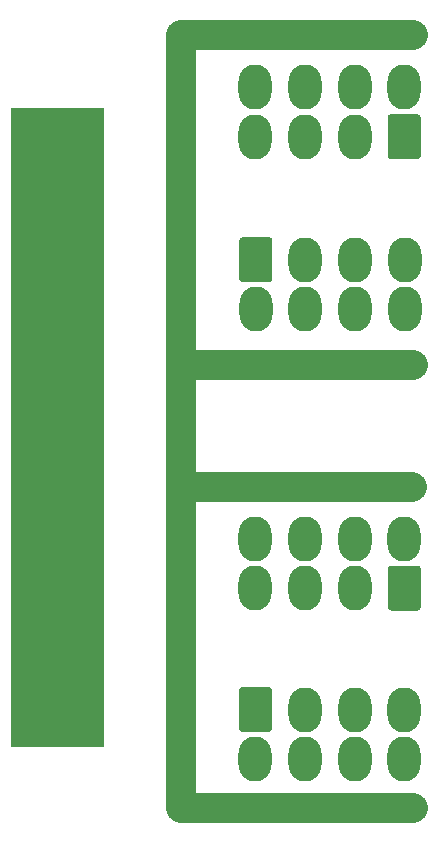
<source format=gbs>
%TF.GenerationSoftware,KiCad,Pcbnew,(5.1.10)-1*%
%TF.CreationDate,2021-09-30T13:01:54+08:00*%
%TF.ProjectId,KCORES CSPS to ATX Converter,4b434f52-4553-4204-9353-505320746f20,1.0*%
%TF.SameCoordinates,Original*%
%TF.FileFunction,Soldermask,Bot*%
%TF.FilePolarity,Negative*%
%FSLAX46Y46*%
G04 Gerber Fmt 4.6, Leading zero omitted, Abs format (unit mm)*
G04 Created by KiCad (PCBNEW (5.1.10)-1) date 2021-09-30 13:01:54*
%MOMM*%
%LPD*%
G01*
G04 APERTURE LIST*
%ADD10C,0.100000*%
%ADD11C,2.540000*%
%ADD12O,2.800000X3.800000*%
G04 APERTURE END LIST*
D10*
G36*
X98667000Y-138728000D02*
G01*
X90920000Y-138728000D01*
X90920000Y-84753000D01*
X98667000Y-84753000D01*
X98667000Y-138728000D01*
G37*
X98667000Y-138728000D02*
X90920000Y-138728000D01*
X90920000Y-84753000D01*
X98667000Y-84753000D01*
X98667000Y-138728000D01*
D11*
X124956000Y-143998500D02*
X105271000Y-143998500D01*
X124956000Y-78530000D02*
X105271000Y-78530000D01*
X124892500Y-106533500D02*
X105588500Y-106533500D01*
X105271000Y-143998500D02*
X105271000Y-78530000D01*
X124829000Y-116820500D02*
X105398000Y-116820500D01*
%TO.C,J1*%
G36*
G01*
X94231000Y-136258000D02*
X98531000Y-136258000D01*
G75*
G02*
X98581000Y-136308000I0J-50000D01*
G01*
X98581000Y-137008000D01*
G75*
G02*
X98531000Y-137058000I-50000J0D01*
G01*
X94231000Y-137058000D01*
G75*
G02*
X94181000Y-137008000I0J50000D01*
G01*
X94181000Y-136308000D01*
G75*
G02*
X94231000Y-136258000I50000J0D01*
G01*
G37*
G36*
G01*
X94231000Y-135258000D02*
X98531000Y-135258000D01*
G75*
G02*
X98581000Y-135308000I0J-50000D01*
G01*
X98581000Y-136008000D01*
G75*
G02*
X98531000Y-136058000I-50000J0D01*
G01*
X94231000Y-136058000D01*
G75*
G02*
X94181000Y-136008000I0J50000D01*
G01*
X94181000Y-135308000D01*
G75*
G02*
X94231000Y-135258000I50000J0D01*
G01*
G37*
G36*
G01*
X94231000Y-134258000D02*
X98531000Y-134258000D01*
G75*
G02*
X98581000Y-134308000I0J-50000D01*
G01*
X98581000Y-135008000D01*
G75*
G02*
X98531000Y-135058000I-50000J0D01*
G01*
X94231000Y-135058000D01*
G75*
G02*
X94181000Y-135008000I0J50000D01*
G01*
X94181000Y-134308000D01*
G75*
G02*
X94231000Y-134258000I50000J0D01*
G01*
G37*
G36*
G01*
X94231000Y-133258000D02*
X98531000Y-133258000D01*
G75*
G02*
X98581000Y-133308000I0J-50000D01*
G01*
X98581000Y-134008000D01*
G75*
G02*
X98531000Y-134058000I-50000J0D01*
G01*
X94231000Y-134058000D01*
G75*
G02*
X94181000Y-134008000I0J50000D01*
G01*
X94181000Y-133308000D01*
G75*
G02*
X94231000Y-133258000I50000J0D01*
G01*
G37*
G36*
G01*
X94231000Y-132258000D02*
X98531000Y-132258000D01*
G75*
G02*
X98581000Y-132308000I0J-50000D01*
G01*
X98581000Y-133008000D01*
G75*
G02*
X98531000Y-133058000I-50000J0D01*
G01*
X94231000Y-133058000D01*
G75*
G02*
X94181000Y-133008000I0J50000D01*
G01*
X94181000Y-132308000D01*
G75*
G02*
X94231000Y-132258000I50000J0D01*
G01*
G37*
G36*
G01*
X94231000Y-131258000D02*
X98531000Y-131258000D01*
G75*
G02*
X98581000Y-131308000I0J-50000D01*
G01*
X98581000Y-132008000D01*
G75*
G02*
X98531000Y-132058000I-50000J0D01*
G01*
X94231000Y-132058000D01*
G75*
G02*
X94181000Y-132008000I0J50000D01*
G01*
X94181000Y-131308000D01*
G75*
G02*
X94231000Y-131258000I50000J0D01*
G01*
G37*
G36*
G01*
X94231000Y-130258000D02*
X98531000Y-130258000D01*
G75*
G02*
X98581000Y-130308000I0J-50000D01*
G01*
X98581000Y-131008000D01*
G75*
G02*
X98531000Y-131058000I-50000J0D01*
G01*
X94231000Y-131058000D01*
G75*
G02*
X94181000Y-131008000I0J50000D01*
G01*
X94181000Y-130308000D01*
G75*
G02*
X94231000Y-130258000I50000J0D01*
G01*
G37*
G36*
G01*
X94231000Y-129258000D02*
X98531000Y-129258000D01*
G75*
G02*
X98581000Y-129308000I0J-50000D01*
G01*
X98581000Y-130008000D01*
G75*
G02*
X98531000Y-130058000I-50000J0D01*
G01*
X94231000Y-130058000D01*
G75*
G02*
X94181000Y-130008000I0J50000D01*
G01*
X94181000Y-129308000D01*
G75*
G02*
X94231000Y-129258000I50000J0D01*
G01*
G37*
G36*
G01*
X94231000Y-100258000D02*
X98531000Y-100258000D01*
G75*
G02*
X98581000Y-100308000I0J-50000D01*
G01*
X98581000Y-101008000D01*
G75*
G02*
X98531000Y-101058000I-50000J0D01*
G01*
X94231000Y-101058000D01*
G75*
G02*
X94181000Y-101008000I0J50000D01*
G01*
X94181000Y-100308000D01*
G75*
G02*
X94231000Y-100258000I50000J0D01*
G01*
G37*
G36*
G01*
X94231000Y-99258000D02*
X98531000Y-99258000D01*
G75*
G02*
X98581000Y-99308000I0J-50000D01*
G01*
X98581000Y-100008000D01*
G75*
G02*
X98531000Y-100058000I-50000J0D01*
G01*
X94231000Y-100058000D01*
G75*
G02*
X94181000Y-100008000I0J50000D01*
G01*
X94181000Y-99308000D01*
G75*
G02*
X94231000Y-99258000I50000J0D01*
G01*
G37*
G36*
G01*
X94231000Y-105258000D02*
X98531000Y-105258000D01*
G75*
G02*
X98581000Y-105308000I0J-50000D01*
G01*
X98581000Y-106008000D01*
G75*
G02*
X98531000Y-106058000I-50000J0D01*
G01*
X94231000Y-106058000D01*
G75*
G02*
X94181000Y-106008000I0J50000D01*
G01*
X94181000Y-105308000D01*
G75*
G02*
X94231000Y-105258000I50000J0D01*
G01*
G37*
G36*
G01*
X94231000Y-104258000D02*
X98531000Y-104258000D01*
G75*
G02*
X98581000Y-104308000I0J-50000D01*
G01*
X98581000Y-105008000D01*
G75*
G02*
X98531000Y-105058000I-50000J0D01*
G01*
X94231000Y-105058000D01*
G75*
G02*
X94181000Y-105008000I0J50000D01*
G01*
X94181000Y-104308000D01*
G75*
G02*
X94231000Y-104258000I50000J0D01*
G01*
G37*
G36*
G01*
X94231000Y-103258000D02*
X98531000Y-103258000D01*
G75*
G02*
X98581000Y-103308000I0J-50000D01*
G01*
X98581000Y-104008000D01*
G75*
G02*
X98531000Y-104058000I-50000J0D01*
G01*
X94231000Y-104058000D01*
G75*
G02*
X94181000Y-104008000I0J50000D01*
G01*
X94181000Y-103308000D01*
G75*
G02*
X94231000Y-103258000I50000J0D01*
G01*
G37*
G36*
G01*
X94231000Y-102258000D02*
X98531000Y-102258000D01*
G75*
G02*
X98581000Y-102308000I0J-50000D01*
G01*
X98581000Y-103008000D01*
G75*
G02*
X98531000Y-103058000I-50000J0D01*
G01*
X94231000Y-103058000D01*
G75*
G02*
X94181000Y-103008000I0J50000D01*
G01*
X94181000Y-102308000D01*
G75*
G02*
X94231000Y-102258000I50000J0D01*
G01*
G37*
G36*
G01*
X94231000Y-101258000D02*
X98531000Y-101258000D01*
G75*
G02*
X98581000Y-101308000I0J-50000D01*
G01*
X98581000Y-102008000D01*
G75*
G02*
X98531000Y-102058000I-50000J0D01*
G01*
X94231000Y-102058000D01*
G75*
G02*
X94181000Y-102008000I0J50000D01*
G01*
X94181000Y-101308000D01*
G75*
G02*
X94231000Y-101258000I50000J0D01*
G01*
G37*
G36*
G01*
X94231000Y-96258000D02*
X98531000Y-96258000D01*
G75*
G02*
X98581000Y-96308000I0J-50000D01*
G01*
X98581000Y-97008000D01*
G75*
G02*
X98531000Y-97058000I-50000J0D01*
G01*
X94231000Y-97058000D01*
G75*
G02*
X94181000Y-97008000I0J50000D01*
G01*
X94181000Y-96308000D01*
G75*
G02*
X94231000Y-96258000I50000J0D01*
G01*
G37*
G36*
G01*
X94231000Y-95258000D02*
X98531000Y-95258000D01*
G75*
G02*
X98581000Y-95308000I0J-50000D01*
G01*
X98581000Y-96008000D01*
G75*
G02*
X98531000Y-96058000I-50000J0D01*
G01*
X94231000Y-96058000D01*
G75*
G02*
X94181000Y-96008000I0J50000D01*
G01*
X94181000Y-95308000D01*
G75*
G02*
X94231000Y-95258000I50000J0D01*
G01*
G37*
G36*
G01*
X94231000Y-94258000D02*
X98531000Y-94258000D01*
G75*
G02*
X98581000Y-94308000I0J-50000D01*
G01*
X98581000Y-95008000D01*
G75*
G02*
X98531000Y-95058000I-50000J0D01*
G01*
X94231000Y-95058000D01*
G75*
G02*
X94181000Y-95008000I0J50000D01*
G01*
X94181000Y-94308000D01*
G75*
G02*
X94231000Y-94258000I50000J0D01*
G01*
G37*
G36*
G01*
X94231000Y-93258000D02*
X98531000Y-93258000D01*
G75*
G02*
X98581000Y-93308000I0J-50000D01*
G01*
X98581000Y-94008000D01*
G75*
G02*
X98531000Y-94058000I-50000J0D01*
G01*
X94231000Y-94058000D01*
G75*
G02*
X94181000Y-94008000I0J50000D01*
G01*
X94181000Y-93308000D01*
G75*
G02*
X94231000Y-93258000I50000J0D01*
G01*
G37*
G36*
G01*
X94231000Y-92258000D02*
X98531000Y-92258000D01*
G75*
G02*
X98581000Y-92308000I0J-50000D01*
G01*
X98581000Y-93008000D01*
G75*
G02*
X98531000Y-93058000I-50000J0D01*
G01*
X94231000Y-93058000D01*
G75*
G02*
X94181000Y-93008000I0J50000D01*
G01*
X94181000Y-92308000D01*
G75*
G02*
X94231000Y-92258000I50000J0D01*
G01*
G37*
G36*
G01*
X94231000Y-91258000D02*
X98531000Y-91258000D01*
G75*
G02*
X98581000Y-91308000I0J-50000D01*
G01*
X98581000Y-92008000D01*
G75*
G02*
X98531000Y-92058000I-50000J0D01*
G01*
X94231000Y-92058000D01*
G75*
G02*
X94181000Y-92008000I0J50000D01*
G01*
X94181000Y-91308000D01*
G75*
G02*
X94231000Y-91258000I50000J0D01*
G01*
G37*
G36*
G01*
X94231000Y-90258000D02*
X98531000Y-90258000D01*
G75*
G02*
X98581000Y-90308000I0J-50000D01*
G01*
X98581000Y-91008000D01*
G75*
G02*
X98531000Y-91058000I-50000J0D01*
G01*
X94231000Y-91058000D01*
G75*
G02*
X94181000Y-91008000I0J50000D01*
G01*
X94181000Y-90308000D01*
G75*
G02*
X94231000Y-90258000I50000J0D01*
G01*
G37*
G36*
G01*
X94231000Y-89258000D02*
X98531000Y-89258000D01*
G75*
G02*
X98581000Y-89308000I0J-50000D01*
G01*
X98581000Y-90008000D01*
G75*
G02*
X98531000Y-90058000I-50000J0D01*
G01*
X94231000Y-90058000D01*
G75*
G02*
X94181000Y-90008000I0J50000D01*
G01*
X94181000Y-89308000D01*
G75*
G02*
X94231000Y-89258000I50000J0D01*
G01*
G37*
G36*
G01*
X94231000Y-88258000D02*
X98531000Y-88258000D01*
G75*
G02*
X98581000Y-88308000I0J-50000D01*
G01*
X98581000Y-89008000D01*
G75*
G02*
X98531000Y-89058000I-50000J0D01*
G01*
X94231000Y-89058000D01*
G75*
G02*
X94181000Y-89008000I0J50000D01*
G01*
X94181000Y-88308000D01*
G75*
G02*
X94231000Y-88258000I50000J0D01*
G01*
G37*
G36*
G01*
X94231000Y-87258000D02*
X98531000Y-87258000D01*
G75*
G02*
X98581000Y-87308000I0J-50000D01*
G01*
X98581000Y-88008000D01*
G75*
G02*
X98531000Y-88058000I-50000J0D01*
G01*
X94231000Y-88058000D01*
G75*
G02*
X94181000Y-88008000I0J50000D01*
G01*
X94181000Y-87308000D01*
G75*
G02*
X94231000Y-87258000I50000J0D01*
G01*
G37*
G36*
G01*
X95331000Y-86258000D02*
X98531000Y-86258000D01*
G75*
G02*
X98581000Y-86308000I0J-50000D01*
G01*
X98581000Y-87008000D01*
G75*
G02*
X98531000Y-87058000I-50000J0D01*
G01*
X95331000Y-87058000D01*
G75*
G02*
X95281000Y-87008000I0J50000D01*
G01*
X95281000Y-86308000D01*
G75*
G02*
X95331000Y-86258000I50000J0D01*
G01*
G37*
G36*
G01*
X94231000Y-106258000D02*
X98531000Y-106258000D01*
G75*
G02*
X98581000Y-106308000I0J-50000D01*
G01*
X98581000Y-107008000D01*
G75*
G02*
X98531000Y-107058000I-50000J0D01*
G01*
X94231000Y-107058000D01*
G75*
G02*
X94181000Y-107008000I0J50000D01*
G01*
X94181000Y-106308000D01*
G75*
G02*
X94231000Y-106258000I50000J0D01*
G01*
G37*
G36*
G01*
X94231000Y-107258000D02*
X98531000Y-107258000D01*
G75*
G02*
X98581000Y-107308000I0J-50000D01*
G01*
X98581000Y-108008000D01*
G75*
G02*
X98531000Y-108058000I-50000J0D01*
G01*
X94231000Y-108058000D01*
G75*
G02*
X94181000Y-108008000I0J50000D01*
G01*
X94181000Y-107308000D01*
G75*
G02*
X94231000Y-107258000I50000J0D01*
G01*
G37*
G36*
G01*
X94231000Y-108258000D02*
X98531000Y-108258000D01*
G75*
G02*
X98581000Y-108308000I0J-50000D01*
G01*
X98581000Y-109008000D01*
G75*
G02*
X98531000Y-109058000I-50000J0D01*
G01*
X94231000Y-109058000D01*
G75*
G02*
X94181000Y-109008000I0J50000D01*
G01*
X94181000Y-108308000D01*
G75*
G02*
X94231000Y-108258000I50000J0D01*
G01*
G37*
G36*
G01*
X94231000Y-109258000D02*
X98531000Y-109258000D01*
G75*
G02*
X98581000Y-109308000I0J-50000D01*
G01*
X98581000Y-110008000D01*
G75*
G02*
X98531000Y-110058000I-50000J0D01*
G01*
X94231000Y-110058000D01*
G75*
G02*
X94181000Y-110008000I0J50000D01*
G01*
X94181000Y-109308000D01*
G75*
G02*
X94231000Y-109258000I50000J0D01*
G01*
G37*
G36*
G01*
X94231000Y-110258000D02*
X98531000Y-110258000D01*
G75*
G02*
X98581000Y-110308000I0J-50000D01*
G01*
X98581000Y-111008000D01*
G75*
G02*
X98531000Y-111058000I-50000J0D01*
G01*
X94231000Y-111058000D01*
G75*
G02*
X94181000Y-111008000I0J50000D01*
G01*
X94181000Y-110308000D01*
G75*
G02*
X94231000Y-110258000I50000J0D01*
G01*
G37*
G36*
G01*
X94231000Y-111258000D02*
X98531000Y-111258000D01*
G75*
G02*
X98581000Y-111308000I0J-50000D01*
G01*
X98581000Y-112008000D01*
G75*
G02*
X98531000Y-112058000I-50000J0D01*
G01*
X94231000Y-112058000D01*
G75*
G02*
X94181000Y-112008000I0J50000D01*
G01*
X94181000Y-111308000D01*
G75*
G02*
X94231000Y-111258000I50000J0D01*
G01*
G37*
G36*
G01*
X94231000Y-112258000D02*
X98531000Y-112258000D01*
G75*
G02*
X98581000Y-112308000I0J-50000D01*
G01*
X98581000Y-113008000D01*
G75*
G02*
X98531000Y-113058000I-50000J0D01*
G01*
X94231000Y-113058000D01*
G75*
G02*
X94181000Y-113008000I0J50000D01*
G01*
X94181000Y-112308000D01*
G75*
G02*
X94231000Y-112258000I50000J0D01*
G01*
G37*
G36*
G01*
X94231000Y-113258000D02*
X98531000Y-113258000D01*
G75*
G02*
X98581000Y-113308000I0J-50000D01*
G01*
X98581000Y-114008000D01*
G75*
G02*
X98531000Y-114058000I-50000J0D01*
G01*
X94231000Y-114058000D01*
G75*
G02*
X94181000Y-114008000I0J50000D01*
G01*
X94181000Y-113308000D01*
G75*
G02*
X94231000Y-113258000I50000J0D01*
G01*
G37*
G36*
G01*
X94231000Y-114258000D02*
X98531000Y-114258000D01*
G75*
G02*
X98581000Y-114308000I0J-50000D01*
G01*
X98581000Y-115008000D01*
G75*
G02*
X98531000Y-115058000I-50000J0D01*
G01*
X94231000Y-115058000D01*
G75*
G02*
X94181000Y-115008000I0J50000D01*
G01*
X94181000Y-114308000D01*
G75*
G02*
X94231000Y-114258000I50000J0D01*
G01*
G37*
G36*
G01*
X94231000Y-115258000D02*
X98531000Y-115258000D01*
G75*
G02*
X98581000Y-115308000I0J-50000D01*
G01*
X98581000Y-116008000D01*
G75*
G02*
X98531000Y-116058000I-50000J0D01*
G01*
X94231000Y-116058000D01*
G75*
G02*
X94181000Y-116008000I0J50000D01*
G01*
X94181000Y-115308000D01*
G75*
G02*
X94231000Y-115258000I50000J0D01*
G01*
G37*
G36*
G01*
X94231000Y-116258000D02*
X98531000Y-116258000D01*
G75*
G02*
X98581000Y-116308000I0J-50000D01*
G01*
X98581000Y-117008000D01*
G75*
G02*
X98531000Y-117058000I-50000J0D01*
G01*
X94231000Y-117058000D01*
G75*
G02*
X94181000Y-117008000I0J50000D01*
G01*
X94181000Y-116308000D01*
G75*
G02*
X94231000Y-116258000I50000J0D01*
G01*
G37*
G36*
G01*
X94231000Y-117258000D02*
X98531000Y-117258000D01*
G75*
G02*
X98581000Y-117308000I0J-50000D01*
G01*
X98581000Y-118008000D01*
G75*
G02*
X98531000Y-118058000I-50000J0D01*
G01*
X94231000Y-118058000D01*
G75*
G02*
X94181000Y-118008000I0J50000D01*
G01*
X94181000Y-117308000D01*
G75*
G02*
X94231000Y-117258000I50000J0D01*
G01*
G37*
G36*
G01*
X94231000Y-118258000D02*
X98531000Y-118258000D01*
G75*
G02*
X98581000Y-118308000I0J-50000D01*
G01*
X98581000Y-119008000D01*
G75*
G02*
X98531000Y-119058000I-50000J0D01*
G01*
X94231000Y-119058000D01*
G75*
G02*
X94181000Y-119008000I0J50000D01*
G01*
X94181000Y-118308000D01*
G75*
G02*
X94231000Y-118258000I50000J0D01*
G01*
G37*
G36*
G01*
X94231000Y-119258000D02*
X98531000Y-119258000D01*
G75*
G02*
X98581000Y-119308000I0J-50000D01*
G01*
X98581000Y-120008000D01*
G75*
G02*
X98531000Y-120058000I-50000J0D01*
G01*
X94231000Y-120058000D01*
G75*
G02*
X94181000Y-120008000I0J50000D01*
G01*
X94181000Y-119308000D01*
G75*
G02*
X94231000Y-119258000I50000J0D01*
G01*
G37*
G36*
G01*
X94231000Y-120258000D02*
X98531000Y-120258000D01*
G75*
G02*
X98581000Y-120308000I0J-50000D01*
G01*
X98581000Y-121008000D01*
G75*
G02*
X98531000Y-121058000I-50000J0D01*
G01*
X94231000Y-121058000D01*
G75*
G02*
X94181000Y-121008000I0J50000D01*
G01*
X94181000Y-120308000D01*
G75*
G02*
X94231000Y-120258000I50000J0D01*
G01*
G37*
G36*
G01*
X94231000Y-121258000D02*
X98531000Y-121258000D01*
G75*
G02*
X98581000Y-121308000I0J-50000D01*
G01*
X98581000Y-122008000D01*
G75*
G02*
X98531000Y-122058000I-50000J0D01*
G01*
X94231000Y-122058000D01*
G75*
G02*
X94181000Y-122008000I0J50000D01*
G01*
X94181000Y-121308000D01*
G75*
G02*
X94231000Y-121258000I50000J0D01*
G01*
G37*
G36*
G01*
X94231000Y-122258000D02*
X98531000Y-122258000D01*
G75*
G02*
X98581000Y-122308000I0J-50000D01*
G01*
X98581000Y-123008000D01*
G75*
G02*
X98531000Y-123058000I-50000J0D01*
G01*
X94231000Y-123058000D01*
G75*
G02*
X94181000Y-123008000I0J50000D01*
G01*
X94181000Y-122308000D01*
G75*
G02*
X94231000Y-122258000I50000J0D01*
G01*
G37*
G36*
G01*
X94231000Y-123258000D02*
X98531000Y-123258000D01*
G75*
G02*
X98581000Y-123308000I0J-50000D01*
G01*
X98581000Y-124008000D01*
G75*
G02*
X98531000Y-124058000I-50000J0D01*
G01*
X94231000Y-124058000D01*
G75*
G02*
X94181000Y-124008000I0J50000D01*
G01*
X94181000Y-123308000D01*
G75*
G02*
X94231000Y-123258000I50000J0D01*
G01*
G37*
G36*
G01*
X94231000Y-124258000D02*
X98531000Y-124258000D01*
G75*
G02*
X98581000Y-124308000I0J-50000D01*
G01*
X98581000Y-125008000D01*
G75*
G02*
X98531000Y-125058000I-50000J0D01*
G01*
X94231000Y-125058000D01*
G75*
G02*
X94181000Y-125008000I0J50000D01*
G01*
X94181000Y-124308000D01*
G75*
G02*
X94231000Y-124258000I50000J0D01*
G01*
G37*
G36*
G01*
X94231000Y-125258000D02*
X98531000Y-125258000D01*
G75*
G02*
X98581000Y-125308000I0J-50000D01*
G01*
X98581000Y-126008000D01*
G75*
G02*
X98531000Y-126058000I-50000J0D01*
G01*
X94231000Y-126058000D01*
G75*
G02*
X94181000Y-126008000I0J50000D01*
G01*
X94181000Y-125308000D01*
G75*
G02*
X94231000Y-125258000I50000J0D01*
G01*
G37*
G36*
G01*
X94231000Y-126258000D02*
X98531000Y-126258000D01*
G75*
G02*
X98581000Y-126308000I0J-50000D01*
G01*
X98581000Y-127008000D01*
G75*
G02*
X98531000Y-127058000I-50000J0D01*
G01*
X94231000Y-127058000D01*
G75*
G02*
X94181000Y-127008000I0J50000D01*
G01*
X94181000Y-126308000D01*
G75*
G02*
X94231000Y-126258000I50000J0D01*
G01*
G37*
G36*
G01*
X94231000Y-127258000D02*
X98531000Y-127258000D01*
G75*
G02*
X98581000Y-127308000I0J-50000D01*
G01*
X98581000Y-128008000D01*
G75*
G02*
X98531000Y-128058000I-50000J0D01*
G01*
X94231000Y-128058000D01*
G75*
G02*
X94181000Y-128008000I0J50000D01*
G01*
X94181000Y-127308000D01*
G75*
G02*
X94231000Y-127258000I50000J0D01*
G01*
G37*
G36*
G01*
X94231000Y-128258000D02*
X98531000Y-128258000D01*
G75*
G02*
X98581000Y-128308000I0J-50000D01*
G01*
X98581000Y-129008000D01*
G75*
G02*
X98531000Y-129058000I-50000J0D01*
G01*
X94231000Y-129058000D01*
G75*
G02*
X94181000Y-129008000I0J50000D01*
G01*
X94181000Y-128308000D01*
G75*
G02*
X94231000Y-128258000I50000J0D01*
G01*
G37*
%TD*%
D12*
%TO.C,J6*%
X111594000Y-121193000D03*
X115794000Y-121193000D03*
X119994000Y-121193000D03*
X124194000Y-121193000D03*
X111594000Y-125393000D03*
X115794000Y-125393000D03*
G36*
G01*
X125594000Y-123753400D02*
X125594000Y-127032600D01*
G75*
G02*
X125333600Y-127293000I-260400J0D01*
G01*
X123054400Y-127293000D01*
G75*
G02*
X122794000Y-127032600I0J260400D01*
G01*
X122794000Y-123753400D01*
G75*
G02*
X123054400Y-123493000I260400J0D01*
G01*
X125333600Y-123493000D01*
G75*
G02*
X125594000Y-123753400I0J-260400D01*
G01*
G37*
X119994000Y-125393000D03*
%TD*%
%TO.C,J5*%
X111594000Y-82966000D03*
X115794000Y-82966000D03*
X119994000Y-82966000D03*
X124194000Y-82966000D03*
X111594000Y-87166000D03*
X115794000Y-87166000D03*
G36*
G01*
X125594000Y-85526400D02*
X125594000Y-88805600D01*
G75*
G02*
X125333600Y-89066000I-260400J0D01*
G01*
X123054400Y-89066000D01*
G75*
G02*
X122794000Y-88805600I0J260400D01*
G01*
X122794000Y-85526400D01*
G75*
G02*
X123054400Y-85266000I260400J0D01*
G01*
X125333600Y-85266000D01*
G75*
G02*
X125594000Y-85526400I0J-260400D01*
G01*
G37*
X119994000Y-87166000D03*
%TD*%
%TO.C,J4*%
X124194000Y-139880000D03*
X119994000Y-139880000D03*
X115794000Y-139880000D03*
X111594000Y-139880000D03*
X124194000Y-135680000D03*
X119994000Y-135680000D03*
G36*
G01*
X110194000Y-137319600D02*
X110194000Y-134040400D01*
G75*
G02*
X110454400Y-133780000I260400J0D01*
G01*
X112733600Y-133780000D01*
G75*
G02*
X112994000Y-134040400I0J-260400D01*
G01*
X112994000Y-137319600D01*
G75*
G02*
X112733600Y-137580000I-260400J0D01*
G01*
X110454400Y-137580000D01*
G75*
G02*
X110194000Y-137319600I0J260400D01*
G01*
G37*
X115794000Y-135680000D03*
%TD*%
%TO.C,J3*%
X124221000Y-101780000D03*
X120021000Y-101780000D03*
X115821000Y-101780000D03*
X111621000Y-101780000D03*
X124221000Y-97580000D03*
X120021000Y-97580000D03*
G36*
G01*
X110221000Y-99219600D02*
X110221000Y-95940400D01*
G75*
G02*
X110481400Y-95680000I260400J0D01*
G01*
X112760600Y-95680000D01*
G75*
G02*
X113021000Y-95940400I0J-260400D01*
G01*
X113021000Y-99219600D01*
G75*
G02*
X112760600Y-99480000I-260400J0D01*
G01*
X110481400Y-99480000D01*
G75*
G02*
X110221000Y-99219600I0J260400D01*
G01*
G37*
X115821000Y-97580000D03*
%TD*%
M02*

</source>
